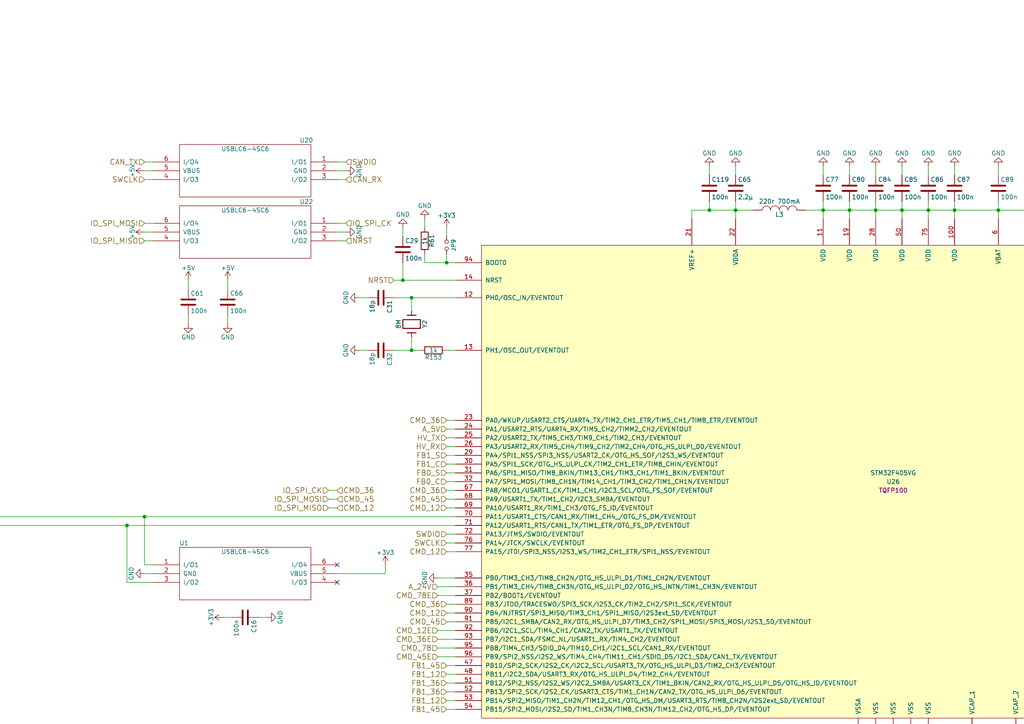
<source format=kicad_sch>
(kicad_sch (version 20231120) (generator "eeschema") (generator_version "8.0")
  (paper "A4")
  (junction (at 119.38 101.6))
  (junction (at 254 60.96))
  (junction (at 222.25 248.92))
  (junction (at 205.74 60.96))
  (junction (at 41.91 149.86))
  (junction (at 246.38 60.96))
  (junction (at -22.86 149.86))
  (junction (at 129.54 76.2))
  (junction (at 119.38 86.36))
  (junction (at 238.76 60.96))
  (junction (at 116.84 81.28))
  (junction (at 276.86 60.96))
  (junction (at -12.7 139.7))
  (junction (at 289.56 60.96))
  (junction (at 199.39 248.92))
  (junction (at 199.39 236.22))
  (junction (at 222.25 236.22))
  (junction (at 261.62 60.96))
  (junction (at 213.36 60.96))
  (junction (at -45.72 189.23))
  (junction (at -45.72 181.61))
  (junction (at 269.24 60.96))
  (junction (at 36.83 152.4))
  (junction (at -22.86 152.4))
  (no_connect (at 97.79 168.91))
  (no_connect (at 97.79 163.83))
  (wire (pts (xy 66.04 91.44) (xy 66.04 93.98)))
  (wire (pts (xy 289.56 50.8) (xy 289.56 48.26)))
  (wire (pts (xy 276.86 50.8) (xy 276.86 48.26)))
  (wire (pts (xy 41.91 69.85) (xy 44.45 69.85)))
  (wire (pts (xy 114.3 81.28) (xy 116.84 81.28)))
  (wire (pts (xy 254 58.42) (xy 254 60.96)))
  (wire (pts (xy 281.94 226.06) (xy 281.94 228.6)))
  (wire (pts (xy 294.64 226.06) (xy 294.64 228.6)))
  (wire (pts (xy 127 187.96) (xy 132.08 187.96)))
  (wire (pts (xy 388.62 160.02) (xy 386.08 160.02)))
  (wire (pts (xy 213.36 60.96) (xy 218.44 60.96)))
  (wire (pts (xy 129.54 139.7) (xy 132.08 139.7)))
  (wire (pts (xy 41.91 149.86) (xy 132.08 149.86)))
  (wire (pts (xy 388.62 190.5) (xy 386.08 190.5)))
  (wire (pts (xy 289.56 60.96) (xy 289.56 63.5)))
  (wire (pts (xy 386.08 149.86) (xy 389.89 149.86)))
  (wire (pts (xy 388.62 78.74) (xy 386.08 78.74)))
  (wire (pts (xy 386.08 106.68) (xy 388.62 106.68)))
  (wire (pts (xy 386.08 132.08) (xy 388.62 132.08)))
  (wire (pts (xy 97.79 67.31) (xy 100.33 67.31)))
  (wire (pts (xy 106.68 86.36) (xy 104.14 86.36)))
  (wire (pts (xy 199.39 236.22) (xy 204.47 236.22)))
  (wire (pts (xy -22.86 147.32) (xy -22.86 149.86)))
  (wire (pts (xy 97.79 142.24) (xy 95.25 142.24)))
  (wire (pts (xy 386.08 195.58) (xy 388.62 195.58)))
  (wire (pts (xy 199.39 223.52) (xy 199.39 226.06)))
  (wire (pts (xy 106.68 101.6) (xy 104.14 101.6)))
  (wire (pts (xy 222.25 236.22) (xy 222.25 238.76)))
  (wire (pts (xy 389.89 172.72) (xy 386.08 172.72)))
  (wire (pts (xy 97.79 49.53) (xy 100.33 49.53)))
  (wire (pts (xy 199.39 248.92) (xy 199.39 251.46)))
  (wire (pts (xy 129.54 137.16) (xy 132.08 137.16)))
  (wire (pts (xy 119.38 90.17) (xy 119.38 86.36)))
  (wire (pts (xy 127 182.88) (xy 132.08 182.88)))
  (wire (pts (xy 269.24 60.96) (xy 276.86 60.96)))
  (wire (pts (xy 261.62 58.42) (xy 261.62 60.96)))
  (wire (pts (xy 129.54 198.12) (xy 132.08 198.12)))
  (wire (pts (xy 116.84 68.58) (xy 116.84 66.04)))
  (wire (pts (xy 227.33 236.22) (xy 227.33 238.76)))
  (wire (pts (xy 254 60.96) (xy 254 63.5)))
  (wire (pts (xy 386.08 182.88) (xy 388.62 182.88)))
  (wire (pts (xy 146.05 260.35) (xy 143.51 260.35)))
  (wire (pts (xy -45.72 181.61) (xy -43.18 181.61)))
  (wire (pts (xy 129.54 157.48) (xy 132.08 157.48)))
  (wire (pts (xy 199.39 236.22) (xy 199.39 238.76)))
  (wire (pts (xy 129.54 142.24) (xy 132.08 142.24)))
  (wire (pts (xy 129.54 160.02) (xy 132.08 160.02)))
  (wire (pts (xy 129.54 66.04) (xy 129.54 68.58)))
  (wire (pts (xy -21.59 139.7) (xy -22.86 139.7)))
  (wire (pts (xy 246.38 50.8) (xy 246.38 48.26)))
  (wire (pts (xy 129.54 200.66) (xy 132.08 200.66)))
  (wire (pts (xy 129.54 177.8) (xy 132.08 177.8)))
  (wire (pts (xy 100.33 69.85) (xy 97.79 69.85)))
  (wire (pts (xy 66.04 81.28) (xy 66.04 83.82)))
  (wire (pts (xy 143.51 257.81) (xy 146.05 257.81)))
  (wire (pts (xy 127 185.42) (xy 132.08 185.42)))
  (wire (pts (xy 67.31 179.07) (xy 64.77 179.07)))
  (wire (pts (xy 289.56 60.96) (xy 299.72 60.96)))
  (wire (pts (xy -21.59 142.24) (xy -22.86 142.24)))
  (wire (pts (xy 97.79 147.32) (xy 95.25 147.32)))
  (wire (pts (xy 132.08 193.04) (xy 129.54 193.04)))
  (wire (pts (xy 129.54 127) (xy 132.08 127)))
  (wire (pts (xy 386.08 187.96) (xy 388.62 187.96)))
  (wire (pts (xy 213.36 50.8) (xy 213.36 48.26)))
  (wire (pts (xy 129.54 76.2) (xy 132.08 76.2)))
  (wire (pts (xy 299.72 60.96) (xy 299.72 58.42)))
  (wire (pts (xy 200.66 60.96) (xy 205.74 60.96)))
  (wire (pts (xy -48.26 189.23) (xy -45.72 189.23)))
  (wire (pts (xy 54.61 81.28) (xy 54.61 83.82)))
  (wire (pts (xy 116.84 81.28) (xy 116.84 76.2)))
  (wire (pts (xy 386.08 200.66) (xy 389.89 200.66)))
  (wire (pts (xy 222.25 233.68) (xy 222.25 236.22)))
  (wire (pts (xy 199.39 246.38) (xy 199.39 248.92)))
  (wire (pts (xy 269.24 50.8) (xy 269.24 48.26)))
  (wire (pts (xy 120.65 238.76) (xy 120.65 241.3)))
  (wire (pts (xy 388.62 114.3) (xy 386.08 114.3)))
  (wire (pts (xy 129.54 203.2) (xy 132.08 203.2)))
  (wire (pts (xy 227.33 246.38) (xy 227.33 248.92)))
  (wire (pts (xy 205.74 60.96) (xy 213.36 60.96)))
  (wire (pts (xy 100.33 46.99) (xy 97.79 46.99)))
  (wire (pts (xy 129.54 132.08) (xy 132.08 132.08)))
  (wire (pts (xy 254 215.9) (xy 254 218.44)))
  (wire (pts (xy 205.74 58.42) (xy 205.74 60.96)))
  (wire (pts (xy 222.25 223.52) (xy 222.25 226.06)))
  (wire (pts (xy 388.62 86.36) (xy 386.08 86.36)))
  (wire (pts (xy -22.86 152.4) (xy -22.86 154.94)))
  (wire (pts (xy 129.54 124.46) (xy 132.08 124.46)))
  (wire (pts (xy 386.08 144.78) (xy 389.89 144.78)))
  (wire (pts (xy 281.94 215.9) (xy 281.94 218.44)))
  (wire (pts (xy 388.62 121.92) (xy 386.08 121.92)))
  (wire (pts (xy -22.86 149.86) (xy 41.91 149.86)))
  (wire (pts (xy 127 167.64) (xy 132.08 167.64)))
  (wire (pts (xy 123.19 76.2) (xy 129.54 76.2)))
  (wire (pts (xy 129.54 175.26) (xy 132.08 175.26)))
  (wire (pts (xy 386.08 152.4) (xy 388.62 152.4)))
  (wire (pts (xy 199.39 248.92) (xy 204.47 248.92)))
  (wire (pts (xy 294.64 215.9) (xy 294.64 218.44)))
  (wire (pts (xy 129.54 144.78) (xy 132.08 144.78)))
  (wire (pts (xy -12.7 139.7) (xy -11.43 139.7)))
  (wire (pts (xy 388.62 91.44) (xy 386.08 91.44)))
  (wire (pts (xy 129.54 73.66) (xy 129.54 76.2)))
  (wire (pts (xy -48.26 181.61) (xy -45.72 181.61)))
  (wire (pts (xy 213.36 58.42) (xy 213.36 60.96)))
  (wire (pts (xy 90.17 260.35) (xy 87.63 260.35)))
  (wire (pts (xy 269.24 215.9) (xy 269.24 218.44)))
  (wire (pts (xy 388.62 76.2) (xy 386.08 76.2)))
  (wire (pts (xy 388.62 81.28) (xy 386.08 81.28)))
  (wire (pts (xy 129.54 205.74) (xy 132.08 205.74)))
  (wire (pts (xy 386.08 193.04) (xy 388.62 193.04)))
  (wire (pts (xy 111.76 166.37) (xy 111.76 163.83)))
  (wire (pts (xy 388.62 111.76) (xy 386.08 111.76)))
  (wire (pts (xy 386.08 142.24) (xy 389.89 142.24)))
  (wire (pts (xy 238.76 60.96) (xy 246.38 60.96)))
  (wire (pts (xy 246.38 60.96) (xy 254 60.96)))
  (wire (pts (xy 388.62 127) (xy 386.08 127)))
  (wire (pts (xy 386.08 96.52) (xy 388.62 96.52)))
  (wire (pts (xy -45.72 191.77) (xy -45.72 189.23)))
  (wire (pts (xy 114.3 86.36) (xy 119.38 86.36)))
  (wire (pts (xy 44.45 168.91) (xy 36.83 168.91)))
  (wire (pts (xy 213.36 60.96) (xy 213.36 63.5)))
  (wire (pts (xy 259.08 215.9) (xy 259.08 218.44)))
  (wire (pts (xy 261.62 60.96) (xy 269.24 60.96)))
  (wire (pts (xy 127 172.72) (xy 132.08 172.72)))
  (wire (pts (xy 77.47 179.07) (xy 74.93 179.07)))
  (wire (pts (xy 254 60.96) (xy 261.62 60.96)))
  (wire (pts (xy 264.16 215.9) (xy 264.16 218.44)))
  (wire (pts (xy 204.47 248.92) (xy 204.47 246.38)))
  (wire (pts (xy 41.91 67.31) (xy 44.45 67.31)))
  (wire (pts (xy 97.79 52.07) (xy 100.33 52.07)))
  (wire (pts (xy 276.86 60.96) (xy 289.56 60.96)))
  (wire (pts (xy 146.05 255.27) (xy 143.51 255.27)))
  (wire (pts (xy 233.68 60.96) (xy 238.76 60.96)))
  (wire (pts (xy 386.08 147.32) (xy 389.89 147.32)))
  (wire (pts (xy 129.54 180.34) (xy 132.08 180.34)))
  (wire (pts (xy 36.83 168.91) (xy 36.83 152.4)))
  (wire (pts (xy 97.79 166.37) (xy 111.76 166.37)))
  (wire (pts (xy 254 50.8) (xy 254 48.26)))
  (wire (pts (xy 100.33 64.77) (xy 97.79 64.77)))
  (wire (pts (xy 123.19 73.66) (xy 123.19 76.2)))
  (wire (pts (xy 386.08 185.42) (xy 388.62 185.42)))
  (wire (pts (xy 386.08 101.6) (xy 388.62 101.6)))
  (wire (pts (xy 54.61 91.44) (xy 54.61 93.98)))
  (wire (pts (xy 129.54 121.92) (xy 132.08 121.92)))
  (wire (pts (xy 238.76 60.96) (xy 238.76 63.5)))
  (wire (pts (xy 129.54 195.58) (xy 132.08 195.58)))
  (wire (pts (xy 196.85 236.22) (xy 199.39 236.22)))
  (wire (pts (xy 386.08 180.34) (xy 388.62 180.34)))
  (wire (pts (xy 388.62 137.16) (xy 386.08 137.16)))
  (wire (pts (xy 90.17 255.27) (xy 87.63 255.27)))
  (wire (pts (xy 386.08 198.12) (xy 388.62 198.12)))
  (wire (pts (xy 261.62 60.96) (xy 261.62 63.5)))
  (wire (pts (xy 204.47 236.22) (xy 204.47 238.76)))
  (wire (pts (xy 222.25 246.38) (xy 222.25 248.92)))
  (wire (pts (xy -13.97 139.7) (xy -12.7 139.7)))
  (wire (pts (xy 388.62 88.9) (xy 386.08 88.9)))
  (wire (pts (xy 386.08 104.14) (xy 388.62 104.14)))
  (wire (pts (xy 95.25 144.78) (xy 97.79 144.78)))
  (wire (pts (xy 386.08 154.94) (xy 388.62 154.94)))
  (wire (pts (xy 199.39 233.68) (xy 199.39 236.22)))
  (wire (pts (xy 36.83 152.4) (xy 132.08 152.4)))
  (wire (pts (xy 127 170.18) (xy 132.08 170.18)))
  (wire (pts (xy 238.76 50.8) (xy 238.76 48.26)))
  (wire (pts (xy -45.72 172.72) (xy -45.72 181.61)))
  (wire (pts (xy 119.38 86.36) (xy 132.08 86.36)))
  (wire (pts (xy 248.92 215.9) (xy 248.92 218.44)))
  (wire (pts (xy 41.91 49.53) (xy 44.45 49.53)))
  (wire (pts (xy 41.91 149.86) (xy 41.91 163.83)))
  (wire (pts (xy 129.54 154.94) (xy 132.08 154.94)))
  (wire (pts (xy 261.62 50.8) (xy 261.62 48.26)))
  (wire (pts (xy 388.62 203.2) (xy 386.08 203.2)))
  (wire (pts (xy 222.25 248.92) (xy 222.25 251.46)))
  (wire (pts (xy 388.62 83.82) (xy 386.08 83.82)))
  (wire (pts (xy 388.62 109.22) (xy 386.08 109.22)))
  (wire (pts (xy -45.72 189.23) (xy -43.18 189.23)))
  (wire (pts (xy 127 190.5) (xy 132.08 190.5)))
  (wire (pts (xy 388.62 167.64) (xy 386.08 167.64)))
  (wire (pts (xy 388.62 170.18) (xy 386.08 170.18)))
  (wire (pts (xy 219.71 236.22) (xy 222.25 236.22)))
  (wire (pts (xy 269.24 58.42) (xy 269.24 60.96)))
  (wire (pts (xy 389.89 175.26) (xy 386.08 175.26)))
  (wire (pts (xy 119.38 101.6) (xy 119.38 97.79)))
  (wire (pts (xy 129.54 101.6) (xy 132.08 101.6)))
  (wire (pts (xy 246.38 60.96) (xy 246.38 63.5)))
  (wire (pts (xy 41.91 46.99) (xy 44.45 46.99)))
  (wire (pts (xy 388.62 129.54) (xy 386.08 129.54)))
  (wire (pts (xy 205.74 48.26) (xy 205.74 50.8)))
  (wire (pts (xy 388.62 93.98) (xy 386.08 93.98)))
  (wire (pts (xy 276.86 58.42) (xy 276.86 60.96)))
  (wire (pts (xy 289.56 58.42) (xy 289.56 60.96)))
  (wire (pts (xy 276.86 60.96) (xy 276.86 63.5)))
  (wire (pts (xy 269.24 60.96) (xy 269.24 63.5)))
  (wire (pts (xy 386.08 99.06) (xy 388.62 99.06)))
  (wire (pts (xy 246.38 58.42) (xy 246.38 60.96)))
  (wire (pts (xy -22.86 152.4) (xy 36.83 152.4)))
  (wire (pts (xy 227.33 248.92) (xy 222.25 248.92)))
  (wire (pts (xy 116.84 81.28) (xy 132.08 81.28)))
  (wire (pts (xy 44.45 64.77) (xy 41.91 64.77)))
  (wire (pts (xy -13.97 142.24) (xy -12.7 142.24)))
  (wire (pts (xy 120.65 228.6) (xy 120.65 231.14)))
  (wire (pts (xy 388.62 157.48) (xy 386.08 157.48)))
  (wire (pts (xy 200.66 63.5) (xy 200.66 60.96)))
  (wire (pts (xy 119.38 101.6) (xy 121.92 101.6)))
  (wire (pts (xy 388.62 177.8) (xy 386.08 177.8)))
  (wire (pts (xy 386.08 134.62) (xy 388.62 134.62)))
  (wire (pts (xy 41.91 163.83) (xy 44.45 163.83)))
  (wire (pts (xy 222.25 236.22) (xy 227.33 236.22)))
  (wire (pts (xy 114.3 101.6) (xy 119.38 101.6)))
  (wire (pts (xy 41.91 166.37) (xy 44.45 166.37)))
  (wire (pts (xy 238.76 58.42) (xy 238.76 60.96)))
  (wire (pts (xy 44.45 52.07) (xy 41.91 52.07)))
  (wire (pts (xy 87.63 257.81) (xy 90.17 257.81)))
  (wire (pts (xy 123.19 63.5) (xy 123.19 66.04)))
  (wire (pts (xy 386.08 124.46) (xy 388.62 124.46)))
  (wire (pts (xy 386.08 139.7) (xy 388.62 139.7)))
  (wire (pts (xy 129.54 129.54) (xy 132.08 129.54)))
  (wire (pts (xy 388.62 205.74) (xy 386.08 205.74)))
  (wire (pts (xy 129.54 147.32) (xy 132.08 147.32)))
  (wire (pts (xy 129.54 134.62) (xy 132.08 134.62)))
  (wire (pts (xy -12.7 139.7) (xy -12.7 142.24)))
  (text "Cube: 3.3V 168MHz 75mA" (at 308.61 60.96 0) (effects (font (size 1.524 1.524)) (justify left bottom)))
  (label "shield" (at -45.72 181.61 90) (effects (font (size 1.524 1.524))))
  (hierarchical_label "FB1_V" (shape input) (at 389.89 175.26 0) (effects (font (size 1.524 1.524))))
  (hierarchical_label "FB0_36" (shape input) (at 388.62 154.94 0) (effects (font (size 1.524 1.524))))
  (hierarchical_label "IO_AIN1" (shape input) (at 388.62 170.18 0) (effects (font (size 1.524 1.524))))
  (hierarchical_label "SWDIO" (shape input) (at 100.33 46.99 0) (effects (font (size 1.524 1.524))))
  (hierarchical_label "FB1_L1" (shape input) (at 388.62 93.98 0) (effects (font (size 1.524 1.524))))
  (hierarchical_label "IO_AIN0" (shape input) (at 146.05 260.35 0) (effects (font (size 1.524 1.524))))
  (hierarchical_label "FB0_C" (shape input) (at 129.54 139.7 180) (effects (font (size 1.524 1.524))))
  (hierarchical_label "A_24V" (shape input) (at 127 170.18 180) (effects (font (size 1.524 1.524))))
  (hierarchical_label "IO_OUT2" (shape input) (at 388.62 91.44 0) (effects (font (size 1.524 1.524))))
  (hierarchical_label "HV_RX" (shape input) (at 129.54 129.54 180) (effects (font (size 1.524 1.524))))
  (hierarchical_label "IO_SPI_CK" (shape input) (at 95.25 142.24 180) (effects (font (size 1.524 1.524))))
  (hierarchical_label "CMD_45E" (shape input) (at 127 190.5 180) (effects (font (size 1.524 1.524))))
  (hierarchical_label "FB1_36" (shape input) (at 388.62 104.14 0) (effects (font (size 1.524 1.524))))
  (hierarchical_label "NRST" (shape input) (at 114.3 81.28 180) (effects (font (size 1.524 1.524))))
  (hierarchical_label "IO_SPI_CK" (shape input) (at 100.33 64.77 0) (effects (font (size 1.524 1.524))))
  (hierarchical_label "CMD_12" (shape input) (at 129.54 147.32 180) (effects (font (size 1.524 1.524))))
  (hierarchical_label "CAN_TX" (shape input) (at 41.91 46.99 180) (effects (font (size 1.524 1.524))))
  (hierarchical_label "FB0_45" (shape input) (at 388.62 182.88 0) (effects (font (size 1.524 1.524))))
  (hierarchical_label "FB0_12" (shape input) (at 388.62 195.58 0) (effects (font (size 1.524 1.524))))
  (hierarchical_label "IO_RED" (shape input) (at 388.62 129.54 0) (effects (font (size 1.524 1.524))))
  (hierarchical_label "A_24V" (shape input) (at 196.85 236.22 180) (effects (font (size 1.524 1.524))))
  (hierarchical_label "CMD_36" (shape input) (at 129.54 121.92 180) (effects (font (size 1.524 1.524))))
  (hierarchical_label "CMD_78" (shape input) (at 127 187.96 180) (effects (font (size 1.524 1.524))))
  (hierarchical_label "CMD_12" (shape input) (at 97.79 147.32 0) (effects (font (size 1.524 1.524))))
  (hierarchical_label "FB1_45" (shape input) (at 388.62 109.22 0) (effects (font (size 1.524 1.524))))
  (hierarchical_label "FB1_12E" (shape input) (at 388.62 101.6 0) (effects (font (size 1.524 1.524))))
  (hierarchical_label "FB1_45" (shape input) (at 129.54 205.74 180) (effects (font (size 1.524 1.524))))
  (hierarchical_label "FB1_36" (shape input) (at 129.54 198.12 180) (effects (font (size 1.524 1.524))))
  (hierarchical_label "SWDIO" (shape input) (at 129.54 154.94 180) (effects (font (size 1.524 1.524))))
  (hierarchical_label "IO_L0" (shape input) (at 388.62 78.74 0) (effects (font (size 1.524 1.524))))
  (hierarchical_label "CMD_36E" (shape input) (at 127 185.42 180) (effects (font (size 1.524 1.524))))
  (hierarchical_label "FB0_V" (shape input) (at 389.89 172.72 0) (effects (font (size 1.524 1.524))))
  (hierarchical_label "CMD_12" (shape input) (at 129.54 177.8 180) (effects (font (size 1.524 1.524))))
  (hierarchical_label "EN_5V" (shape input) (at 389.89 200.66 0) (effects (font (size 1.524 1.524))))
  (hierarchical_label "IO_AIN1" (shape input) (at 87.63 260.35 180) (effects (font (size 1.524 1.524))))
  (hierarchical_label "A_5V" (shape input) (at 219.71 236.22 180) (effects (font (size 1.524 1.524))))
  (hierarchical_label "CAN_RX" (shape input) (at 388.62 121.92 0) (effects (font (size 1.524 1.524))))
  (hierarchical_label "FB1_45" (shape input) (at 129.54 193.04 180) (effects (font (size 1.524 1.524))))
  (hierarchical_label "FB1_L2" (shape input) (at 388.62 96.52 0) (effects (font (size 1.524 1.524))))
  (hierarchical_label "FB1_12" (shape input) (at 129.54 203.2 180) (effects (font (size 1.524 1.524))))
  (hierarchical_label "NRST" (shape input) (at 100.33 69.85 0) (effects (font (size 1.524 1.524))))
  (hierarchical_label "FB0_L1" (shape input) (at 389.89 142.24 0) (effects (font (size 1.524 1.524))))
  (hierarchical_label "IO_AIN0" (shape input) (at 388.62 167.64 0) (effects (font (size 1.524 1.524))))
  (hierarchical_label "CMD_12E" (shape input) (at 127 182.88 180) (effects (font (size 1.524 1.524))))
  (hierarchical_label "IO_FAN" (shape input) (at 388.62 83.82 0) (effects (font (size 1.524 1.524))))
  (hierarchical_label "FB1_45E" (shape input) (at 388.62 111.76 0) (effects (font (size 1.524 1.524))))
  (hierarchical_label "FB0_36E" (shape input) (at 389.89 147.32 0) (effects (font (size 1.524 1.524))))
  (hierarchical_label "FB1_36E" (shape input) (at 388.62 106.68 0) (effects (font (size 1.524 1.524))))
  (hierarchical_label "IO_L1" (shape input) (at 388.62 76.2 0) (effects (font (size 1.524 1.524))))
  (hierarchical_label "CMD_12" (shape input) (at 129.54 160.02 180) (effects (font (size 1.524 1.524))))
  (hierarchical_label "FB1_C" (shape input) (at 129.54 134.62 180) (effects (font (size 1.524 1.524))))
  (hierarchical_label "FB0_36" (shape input) (at 388.62 187.96 0) (effects (font (size 1.524 1.524))))
  (hierarchical_label "SWCLK" (shape input) (at 129.54 157.48 180) (effects (font (size 1.524 1.524))))
  (hierarchical_label "FB0_V" (shape input) (at 87.63 255.27 180) (effects (font (size 1.524 1.524))))
  (hierarchical_label "IO_SPI_MOSI" (shape input) (at 95.25 144.78 180) (effects (font (size 1.524 1.524))))
  (hierarchical_label "CMD_45" (shape input) (at 129.54 144.78 180) (effects (font (size 1.524 1.524))))
  (hierarchical_label "CMD_36" (shape input) (at 129.54 142.24 180) (effects (font (size 1.524 1.524))))
  (hierarchical_label "FB1_12" (shape input) (at 388.62 99.06 0) (effects (font (size 1.524 1.524))))
  (hierarchical_label "FB0_12" (shape input) (at 388.62 185.42 0) (effects (font (size 1.524 1.524))))
  (hierarchical_label "IO_OUT1" (shape input) (at 388.62 88.9 0) (effects (font (size 1.524 1.524))))
  (hierarchical_label "FB0_S" (shape input) (at 129.54 137.16 180) (effects (font (size 1.524 1.524))))
  (hierarchical_label "CMD_45" (shape input) (at 97.79 144.78 0) (effects (font (size 1.524 1.524))))
  (hierarchical_label "FB1_12" (shape input) (at 129.54 195.58 180) (effects (font (size 1.524 1.524))))
  (hierarchical_label "IO_OUT0" (shape input) (at 388.62 86.36 0) (effects (font (size 1.524 1.524))))
  (hierarchical_label "FB0_45" (shape input) (at 388.62 198.12 0) (effects (font (size 1.524 1.524))))
  (hierarchical_label "IO_SPI_MOSI" (shape input) (at 41.91 64.77 180) (effects (font (size 1.524 1.524))))
  (hierarchical_label "IO_SPI_MISO" (shape input) (at 41.91 69.85 180) (effects (font (size 1.524 1.524))))
  (hierarchical_label "IO_GREEN" (shape input) (at 388.62 134.62 0) (effects (font (size 1.524 1.524))))
  (hierarchical_label "CMD_L2" (shape input) (at 388.62 137.16 0) (effects (font (size 1.524 1.524))))
  (hierarchical_label "FB1_36" (shape input) (at 129.54 200.66 180) (effects (font (size 1.524 1.524))))
  (hierarchical_label "SWCLK" (shape input) (at 41.91 52.07 180) (effects (font (size 1.524 1.524))))
  (hierarchical_label "HV_TX" (shape input) (at 129.54 127 180) (effects (font (size 1.524 1.524))))
  (hierarchical_label "CAN_TX" (shape input) (at 388.62 124.46 0) (effects (font (size 1.524 1.524))))
  (hierarchical_label "CMD_36" (shape input) (at 129.54 175.26 180) (effects (font (size 1.524 1.524))))
  (hierarchical_label "CAN_RX" (shape input) (at 100.33 52.07 0) (effects (font (size 1.524 1.524))))
  (hierarchical_label "FB0_45E" (shape input) (at 388.62 160.02 0) (effects (font (size 1.524 1.524))))
  (hierarchical_label "CMD_45" (shape input) (at 129.54 180.34 180) (effects (font (size 1.524 1.524))))
  (hierarchical_label "FB0_L2" (shape input) (at 389.89 144.78 0) (effects (font (size 1.524 1.524))))
  (hierarchical_label "FB1_V" (shape input) (at 146.05 255.27 0) (effects (font (size 1.524 1.524))))
  (hierarchical_label "FB0_12E" (shape input) (at 389.89 149.86 0) (effects (font (size 1.524 1.524))))
  (hierarchical_label "IO_YELLOW" (shape input) (at 388.62 132.08 0) (effects (font (size 1.524 1.524))))
  (hierarchical_label "CMD_36" (shape input) (at 97.79 142.24 0) (effects (font (size 1.524 1.524))))
  (hierarchical_label "CMD_78E" (shape input) (at 127 172.72 180) (effects (font (size 1.524 1.524))))
  (hierarchical_label "FB0_36" (shape input) (at 388.62 193.04 0) (effects (font (size 1.524 1.524))))
  (hierarchical_label "CMD_L1" (shape input) (at 388.62 139.7 0) (effects (font (size 1.524 1.524))))
  (hierarchical_label "FB0_12" (shape input) (at 388.62 152.4 0) (effects (font (size 1.524 1.524))))
  (hierarchical_label "IO_SPI_MISO" (shape input) (at 95.25 147.32 180) (effects (font (size 1.524 1.524))))
  (hierarchical_label "A_5V" (shape input) (at 129.54 124.46 180) (effects (font (size 1.524 1.524))))
  (hierarchical_label "FB1_S" (shape input) (at 129.54 132.08 180) (effects (font (size 1.524 1.524))))
  (hierarchical_label "FB0_45" (shape input) (at 388.62 157.48 0) (effects (font (size 1.524 1.524))))
  (symbol (lib_id "stmbl:STM32F405VG") (at 259.08 139.7 0) (unit 1)
    (property "Reference" "U26" (at 259.08 139.7 0))
    (property "Value" "STM32F405VG" (at 259.08 137.16 0))
    (property "Footprint" "TQFP100" (at 259.08 142.24 0))
    (property "Manufacturer No" "STM32F405VGT" (effects (hide yes)))
    (property "Manufacturer" "STMicroelectronics" (effects (hide yes)))
  )
  (symbol (lib_id "stmbl:Crystal") (at 119.38 93.98 270) (unit 1)
    (property "Reference" "Y2" (at 123.19 93.98 0))
    (property "Value" "8M" (at 115.57 93.98 0))
    (property "Footprint" "stmbl:Crystal_SMD_0503_4Pads" (effects (hide yes)))
    (property "Manufacturer No" "ABM3B-8.000MHZ-10-1UT" (effects (hide yes)))
    (property "Source" "https://de.aliexpress.com/item/1LOT-10PCS-Crystal-8MHZ-20PF-20PPM-4P-5032-SeriesYSX531SL/32534814045.html" (effects (hide yes)))
    (property "Manufacturer" "Abracon LLC" (effects (hide yes)))
  )
  (symbol (lib_id "stmbl:C") (at 110.49 86.36 270) (unit 1)
    (property "Reference" "C31" (at 113.03 86.995 0) (effects (justify left)))
    (property "Value" "18p" (at 107.95 86.995 0) (effects (justify left)))
    (property "Footprint" "stmbl:C_0603" (effects (hide yes)))
    (property "Voltage" "50V" (effects (hide yes)))
    (property "Tolerance" "X5R" (effects (hide yes)))
  )
  (symbol (lib_id "stmbl:C") (at 110.49 101.6 270) (unit 1)
    (property "Reference" "C32" (at 113.03 102.235 0) (effects (justify left)))
    (property "Value" "18p" (at 107.95 102.235 0) (effects (justify left)))
    (property "Footprint" "stmbl:C_0603" (effects (hide yes)))
    (property "Voltage" "50V" (effects (hide yes)))
    (property "Tolerance" "X5R" (effects (hide yes)))
  )
  (symbol (lib_id "stmbl:GND") (at 104.14 101.6 270) (unit 1)
    (property "Reference" "#PWR0177" (effects (hide yes)))
    (property "Value" "GND" (at 100.33 101.6 0))
  )
  (symbol (lib_id "stmbl:GND") (at 104.14 86.36 270) (unit 1)
    (property "Reference" "#PWR0178" (effects (hide yes)))
    (property "Value" "GND" (at 100.33 86.36 0))
  )
  (symbol (lib_id "stmbl:C") (at 294.64 222.25 0) (unit 1)
    (property "Reference" "C90" (at 295.275 219.71 0) (effects (justify left)))
    (property "Value" "2.2µ" (at 295.275 224.79 0) (effects (justify left)))
    (property "Footprint" "stmbl:C_0603" (effects (hide yes)))
    (property "Voltage" "35V" (effects (hide yes)))
    (property "Tolerance" "X5R" (effects (hide yes)))
  )
  (symbol (lib_id "stmbl:C") (at 281.94 222.25 0) (unit 1)
    (property "Reference" "C88" (at 282.575 219.71 0) (effects (justify left)))
    (property "Value" "2.2µ" (at 282.575 224.79 0) (effects (justify left)))
    (property "Footprint" "stmbl:C_0603" (effects (hide yes)))
    (property "Voltage" "35V" (effects (hide yes)))
    (property "Tolerance" "X5R" (effects (hide yes)))
  )
  (symbol (lib_id "stmbl:GND") (at 269.24 218.44 0) (unit 1)
    (property "Reference" "#PWR0179" (effects (hide yes)))
    (property "Value" "GND" (at 269.24 222.25 0))
  )
  (symbol (lib_id "stmbl:GND") (at 264.16 218.44 0) (unit 1)
    (property "Reference" "#PWR0180" (effects (hide yes)))
    (property "Value" "GND" (at 264.16 222.25 0))
  )
  (symbol (lib_id "stmbl:GND") (at 259.08 218.44 0) (unit 1)
    (property "Reference" "#PWR0181" (effects (hide yes)))
    (property "Value" "GND" (at 259.08 222.25 0))
  )
  (symbol (lib_id "stmbl:GND") (at 254 218.44 0) (unit 1)
    (property "Reference" "#PWR0182" (effects (hide yes)))
    (property "Value" "GND" (at 254 222.25 0))
  )
  (symbol (lib_id "stmbl:GND") (at 248.92 218.44 0) (unit 1)
    (property "Reference" "#PWR0183" (effects (hide yes)))
    (property "Value" "GND" (at 248.92 222.25 0))
  )
  (symbol (lib_id "stmbl:GND") (at 281.94 228.6 0) (unit 1)
    (property "Reference" "#PWR0184" (effects (hide yes)))
    (property "Value" "GND" (at 281.94 232.41 0))
  )
  (symbol (lib_id "stmbl:GND") (at 294.64 228.6 0) (unit 1)
    (property "Reference" "#PWR0185" (effects (hide yes)))
    (property "Value" "GND" (at 294.64 232.41 0))
  )
  (symbol (lib_id "stmbl:C") (at 289.56 54.61 0) (unit 1)
    (property "Reference" "C89" (at 290.195 52.07 0) (effects (justify left)))
    (property "Value" "100n" (at 290.195 57.15 0) (effects (justify left)))
    (property "Footprint" "stmbl:C_0603" (effects (hide yes)))
    (property "Voltage" "50V" (effects (hide yes)))
    (property "Tolerance" "X5R" (effects (hide yes)))
  )
  (symbol (lib_id "stmbl:C") (at 276.86 54.61 0) (unit 1)
    (property "Reference" "C87" (at 277.495 52.07 0) (effects (justify left)))
    (property "Value" "100n" (at 277.495 57.15 0) (effects (justify left)))
    (property "Footprint" "stmbl:C_0603" (effects (hide yes)))
    (property "Voltage" "50V" (effects (hide yes)))
    (property "Tolerance" "X5R" (effects (hide yes)))
  )
  (symbol (lib_id "stmbl:C") (at 269.24 54.61 0) (unit 1)
    (property "Reference" "C86" (at 269.875 52.07 0) (effects (justify left)))
    (property "Value" "100n" (at 269.875 57.15 0) (effects (justify left)))
    (property "Footprint" "stmbl:C_0603" (effects (hide yes)))
    (property "Voltage" "50V" (effects (hide yes)))
    (property "Tolerance" "X5R" (effects (hide yes)))
  )
  (symbol (lib_id "stmbl:C") (at 261.62 54.61 0) (unit 1)
    (property "Reference" "C85" (at 262.255 52.07 0) (effects (justify left)))
    (property "Value" "100n" (at 262.255 57.15 0) (effects (justify left)))
    (property "Footprint" "stmbl:C_0603" (effects (hide yes)))
    (property "Voltage" "50V" (effects (hide yes)))
    (property "Tolerance" "X5R" (effects (hide yes)))
  )
  (symbol (lib_id "stmbl:C") (at 254 54.61 0) (unit 1)
    (property "Reference" "C84" (at 254.635 52.07 0) (effects (justify left)))
    (property "Value" "100n" (at 254.635 57.15 0) (effects (justify left)))
    (property "Footprint" "stmbl:C_0603" (effects (hide yes)))
    (property "Voltage" "50V" (effects (hide yes)))
    (property "Tolerance" "X5R" (effects (hide yes)))
  )
  (symbol (lib_id "stmbl:C") (at 246.38 54.61 0) (unit 1)
    (property "Reference" "C80" (at 247.015 52.07 0) (effects (justify left)))
    (property "Value" "100n" (at 247.015 57.15 0) (effects (justify left)))
    (property "Footprint" "stmbl:C_0603" (effects (hide yes)))
    (property "Voltage" "50V" (effects (hide yes)))
    (property "Tolerance" "X5R" (effects (hide yes)))
  )
  (symbol (lib_id "stmbl:C") (at 238.76 54.61 0) (unit 1)
    (property "Reference" "C77" (at 239.395 52.07 0) (effects (justify left)))
    (property "Value" "100n" (at 239.395 57.15 0) (effects (justify left)))
    (property "Footprint" "stmbl:C_0603" (effects (hide yes)))
    (property "Voltage" "50V" (effects (hide yes)))
    (property "Tolerance" "X5R" (effects (hide yes)))
  )
  (symbol (lib_id "stmbl:C") (at 213.36 54.61 0) (unit 1)
    (property "Reference" "C65" (at 213.995 52.07 0) (effects (justify left)))
    (property "Value" "2.2µ" (at 213.995 57.15 0) (effects (justify left)))
    (property "Footprint" "stmbl:C_0603" (effects (hide yes)))
    (property "Voltage" "35V" (effects (hide yes)))
    (property "Tolerance" "X5R" (effects (hide yes)))
  )
  (symbol (lib_id "stmbl:+3.3V") (at 299.72 58.42 0) (unit 1)
    (property "Reference" "#PWR0186" (effects (hide yes)))
    (property "Value" "+3V3" (at 299.72 54.864 0))
  )
  (symbol (lib_id "stmbl:GND") (at 289.56 48.26 180) (unit 1)
    (property "Reference" "#PWR0187" (effects (hide yes)))
    (property "Value" "GND" (at 289.56 44.45 0))
  )
  (symbol (lib_id "stmbl:GND") (at 276.86 48.26 180) (unit 1)
    (property "Reference" "#PWR0188" (effects (hide yes)))
    (property "Value" "GND" (at 276.86 44.45 0))
  )
  (symbol (lib_id "stmbl:GND") (at 269.24 48.26 180) (unit 1)
    (property "Reference" "#PWR0189" (effects (hide yes)))
    (property "Value" "GND" (at 269.24 44.45 0))
  )
  (symbol (lib_id "stmbl:GND") (at 261.62 48.26 180) (unit 1)
    (property "Reference" "#PWR0190" (effects (hide yes)))
    (property "Value" "GND" (at 261.62 44.45 0))
  )
  (symbol (lib_id "stmbl:GND") (at 254 48.26 180) (unit 1)
    (property "Reference" "#PWR0191" (effects (hide yes)))
    (property "Value" "GND" (at 254 44.45 0))
  )
  (symbol (lib_id "stmbl:GND") (at 246.38 48.26 180) (unit 1)
    (property "Reference" "#PWR0192" (effects (hide yes)))
    (property "Value" "GND" (at 246.38 44.45 0))
  )
  (symbol (lib_id "stmbl:GND") (at 238.76 48.26 180) (unit 1)
    (property "Reference" "#PWR0193" (effects (hide yes)))
    (property "Value" "GND" (at 238.76 44.45 0))
  )
  (symbol (lib_id "stmbl:GND") (at 213.36 48.26 180) (unit 1)
    (property "Reference" "#PWR0194" (effects (hide yes)))
    (property "Value" "GND" (at 213.36 44.45 0))
  )
  (symbol (lib_id "stmbl:INDUCTOR") (at 226.06 60.96 90) (unit 1)
    (property "Reference" "L3" (at 226.06 62.23 90))
    (property "Value" "220r 700mA" (at 226.06 58.42 90))
    (property "Footprint" "stmbl:R_0603" (effects (hide yes)))
    (property "Manufacturer No" "BLM18AG221SN1" (effects (hide yes)))
    (property "Source" "https://de.aliexpress.com/item/500-PCS-LOT-patch-magnetic-bead-FB-BLM18AG221SN1-0603-220-r-0-5-A-magnetic-beads/32675343247.html" (effects (hide yes)))
    (property "Manufacturer" "Murata" (effects (hide yes)))
  )
  (symbol (lib_id "stmbl:C") (at 116.84 72.39 0) (unit 1)
    (property "Reference" "C29" (at 117.475 69.85 0) (effects (justify left)))
    (property "Value" "100n" (at 117.475 74.93 0) (effects (justify left)))
    (property "Footprint" "stmbl:C_0603" (effects (hide yes)))
    (property "Voltage" "50V" (effects (hide yes)))
    (property "Tolerance" "X5R" (effects (hide yes)))
  )
  (symbol (lib_id "stmbl:GND") (at 116.84 66.04 180) (unit 1)
    (property "Reference" "#PWR0195" (effects (hide yes)))
    (property "Value" "GND" (at 116.84 62.23 0))
  )
  (symbol (lib_id "stmbl:C") (at -43.18 185.42 0) (unit 1)
    (property "Reference" "C1" (at -42.545 182.88 0) (effects (justify left)))
    (property "Value" "100n" (at -42.545 187.96 0) (effects (justify left)))
    (property "Footprint" "stmbl:C_0603" (effects (hide yes)))
    (property "Voltage" "50V" (effects (hide yes)))
    (property "Tolerance" "X5R" (effects (hide yes)))
  )
  (symbol (lib_id "stmbl:R") (at -48.26 185.42 0) (unit 1)
    (property "Reference" "R1" (at -46.228 185.42 90))
    (property "Value" "120" (at -48.26 185.42 90))
    (property "Footprint" "stmbl:R_0603" (effects (hide yes)))
    (property "Tolerance" "1%" (effects (hide yes)))
  )
  (symbol (lib_id "stmbl:GND") (at -45.72 191.77 0) (unit 1)
    (property "Reference" "#PWR0196" (effects (hide yes)))
    (property "Value" "GND" (at -45.72 195.58 0))
  )
  (symbol (lib_id "stmbl:GND") (at -38.1 172.72 0) (unit 1)
    (property "Reference" "#PWR0197" (effects (hide yes)))
    (property "Value" "GND" (at -38.1 176.53 0))
  )
  (symbol (lib_id "stmbl:GND") (at 77.47 179.07 90) (mirror x) (unit 1)
    (property "Reference" "#PWR0204" (effects (hide yes)))
    (property "Value" "GND" (at 81.28 179.07 0))
  )
  (symbol (lib_id "stmbl:+3.3V") (at 64.77 179.07 90) (mirror x) (unit 1)
    (property "Reference" "#PWR0205" (effects (hide yes)))
    (property "Value" "+3V3" (at 61.214 179.07 0))
  )
  (symbol (lib_id "stmbl:C") (at 71.12 179.07 270) (unit 1)
    (property "Reference" "C16" (at 73.66 179.705 0) (effects (justify left)))
    (property "Value" "100n" (at 68.58 179.705 0) (effects (justify left)))
    (property "Footprint" "stmbl:C_0603" (effects (hide yes)))
    (property "Voltage" "50V" (effects (hide yes)))
    (property "Tolerance" "X5R" (effects (hide yes)))
  )
  (symbol (lib_id "stmbl:GND") (at 41.91 166.37 270) (unit 1)
    (property "Reference" "#PWR0198" (effects (hide yes)))
    (property "Value" "GND" (at 38.1 166.37 0))
  )
  (symbol (lib_id "stmbl:+3.3V") (at 111.76 163.83 0) (unit 1)
    (property "Reference" "#PWR0199" (effects (hide yes)))
    (property "Value" "+3V3" (at 111.76 160.274 0))
  )
  (symbol (lib_id "stmbl:USBLC6-4SC6") (at 71.12 166.37 0) (unit 1)
    (property "Reference" "U1" (at 53.3654 157.5308 0))
    (property "Value" "USBLC6-4SC6" (at 71.12 160.02 0))
    (property "Footprint" "stmbl:SOT-23-6" (effects (hide yes)))
    (property "Description" "TRANSIENT VOLTAGE SUPPRESSOR" (effects (hide yes)))
    (property "Manufacturer No" "USBLC6-4SC6" (effects (hide yes)))
    (property "Manufacturer" "STMicroelectronics" (effects (hide yes)))
  )
  (symbol (lib_id "stmbl:R") (at 199.39 229.87 0) (unit 1)
    (property "Reference" "R116" (at 201.422 229.87 90))
    (property "Value" "10k" (at 199.39 229.87 90))
    (property "Footprint" "stmbl:R_0603" (effects (hide yes)))
    (property "Tolerance" "1%" (effects (hide yes)))
  )
  (symbol (lib_id "stmbl:R") (at 199.39 242.57 0) (unit 1)
    (property "Reference" "R117" (at 201.422 242.57 90))
    (property "Value" "1k" (at 199.39 242.57 90))
    (property "Footprint" "stmbl:R_0603" (effects (hide yes)))
    (property "Tolerance" "1%" (effects (hide yes)))
  )
  (symbol (lib_id "stmbl:GND") (at 199.39 251.46 0) (unit 1)
    (property "Reference" "#PWR0200" (effects (hide yes)))
    (property "Value" "GND" (at 199.39 255.27 0))
  )
  (symbol (lib_id "stmbl:R") (at 222.25 229.87 0) (unit 1)
    (property "Reference" "R121" (at 224.282 229.87 90))
    (property "Value" "1k" (at 222.25 229.87 90))
    (property "Footprint" "stmbl:R_0603" (effects (hide yes)))
    (property "Tolerance" "1%" (effects (hide yes)))
  )
  (symbol (lib_id "stmbl:R") (at 222.25 242.57 0) (unit 1)
    (property "Reference" "R122" (at 224.282 242.57 90))
    (property "Value" "1k" (at 222.25 242.57 90))
    (property "Footprint" "stmbl:R_0603" (effects (hide yes)))
    (property "Tolerance" "1%" (effects (hide yes)))
  )
  (symbol (lib_id "stmbl:GND") (at 222.25 251.46 0) (unit 1)
    (property "Reference" "#PWR0201" (effects (hide yes)))
    (property "Value" "GND" (at 222.25 255.27 0))
  )
  (symbol (lib_id "stmbl:C") (at 227.33 242.57 0) (unit 1)
    (property "Reference" "C81" (at 227.965 240.03 0) (effects (justify left)))
    (property "Value" "1n" (at 227.965 245.11 0) (effects (justify left)))
    (property "Footprint" "stmbl:C_0603" (effects (hide yes)))
    (property "Voltage" "50V" (effects (hide yes)))
    (property "Tolerance" "X5R" (effects (hide yes)))
  )
  (symbol (lib_id "stmbl:C") (at 204.47 242.57 0) (unit 1)
    (property "Reference" "C64" (at 205.105 240.03 0) (effects (justify left)))
    (property "Value" "1n" (at 205.105 245.11 0) (effects (justify left)))
    (property "Footprint" "stmbl:C_0603" (effects (hide yes)))
    (property "Voltage" "50V" (effects (hide yes)))
    (property "Tolerance" "X5R" (effects (hide yes)))
  )
  (symbol (lib_id "stmbl:R") (at 123.19 69.85 0) (unit 1)
    (property "Reference" "R61" (at 125.222 69.85 90))
    (property "Value" "1k" (at 123.19 69.85 90))
    (property "Footprint" "stmbl:R_0603" (effects (hide yes)))
    (property "Tolerance" "1%" (effects (hide yes)))
  )
  (symbol (lib_id "stmbl:GND") (at 123.19 63.5 180) (unit 1)
    (property "Reference" "#PWR0202" (effects (hide yes)))
    (property "Value" "GND" (at 123.19 59.69 0))
  )
  (symbol (lib_id "stmbl:Jumper_NO_Small") (at 129.54 71.12 270) (unit 1)
    (property "Reference" "JP9" (at 131.572 71.12 0))
    (property "Value" "Jumper_NO_Small" (effects (hide yes)))
    (property "Footprint" "stmbl:SOLDER_JUMPER" (effects (hide yes)))
  )
  (symbol (lib_id "stmbl:+3.3V") (at 129.54 66.04 0) (unit 1)
    (property "Reference" "#PWR0203" (effects (hide yes)))
    (property "Value" "+3V3" (at 129.54 62.484 0))
  )
  (symbol (lib_id "stmbl:C") (at 205.74 54.61 0) (unit 1)
    (property "Reference" "C119" (at 206.375 52.07 0) (effects (justify left)))
    (property "Value" "100n" (at 206.375 57.15 0) (effects (justify left)))
    (property "Footprint" "stmbl:C_0603" (effects (hide yes)))
    (property "Voltage" "50V" (effects (hide yes)))
    (property "Tolerance" "X5R" (effects (hide yes)))
  )
  (symbol (lib_id "stmbl:GND") (at 205.74 48.26 180) (unit 1)
    (property "Reference" "#PWR0206" (effects (hide yes)))
    (property "Value" "GND" (at 205.74 44.45 0))
  )
  (symbol (lib_id "stmbl:USBLC6-4SC6") (at 116.84 257.81 0) (unit 1)
    (property "Reference" "U23" (at 99.0854 248.9708 0))
    (property "Value" "USBLC6-4SC6" (at 116.84 251.46 0))
    (property "Footprint" "stmbl:SOT-23-6" (effects (hide yes)))
    (property "Description" "TRANSIENT VOLTAGE SUPPRESSOR" (effects (hide yes)))
    (property "Manufacturer No" "USBLC6-4SC6" (effects (hide yes)))
    (property "Manufacturer" "STMicroelectronics" (effects (hide yes)))
  )
  (symbol (lib_id "stmbl:USBLC6-4SC6") (at 71.12 49.53 0) (mirror y) (unit 1)
    (property "Reference" "U20" (at 88.8746 40.6908 0))
    (property "Value" "USBLC6-4SC6" (at 71.12 43.18 0))
    (property "Footprint" "stmbl:SOT-23-6" (effects (hide yes)))
    (property "Description" "TRANSIENT VOLTAGE SUPPRESSOR" (effects (hide yes)))
    (property "Manufacturer No" "USBLC6-4SC6" (effects (hide yes)))
    (property "Manufacturer" "STMicroelectronics" (effects (hide yes)))
  )
  (symbol (lib_id "stmbl:USBLC6-4SC6") (at 71.12 67.31 0) (mirror y) (unit 1)
    (property "Reference" "U22" (at 88.8746 58.4708 0))
    (property "Value" "USBLC6-4SC6" (at 71.12 60.96 0))
    (property "Footprint" "stmbl:SOT-23-6" (effects (hide yes)))
    (property "Description" "TRANSIENT VOLTAGE SUPPRESSOR" (effects (hide yes)))
    (property "Manufacturer No" "USBLC6-4SC6" (effects (hide yes)))
    (property "Manufacturer" "STMicroelectronics" (effects (hide yes)))
  )
  (symbol (lib_id "stmbl:C") (at 54.61 87.63 0) (unit 1)
    (property "Reference" "C61" (at 55.245 85.09 0) (effects (justify left)))
    (property "Value" "100n" (at 55.245 90.17 0) (effects (justify left)))
    (property "Footprint" "stmbl:C_0603" (effects (hide yes)))
    (property "Voltage" "50V" (effects (hide yes)))
    (property "Tolerance" "X5R" (effects (hide yes)))
  )
  (symbol (lib_id "stmbl:C") (at 66.04 87.63 0) (unit 1)
    (property "Reference" "C66" (at 66.675 85.09 0) (effects (justify left)))
    (property "Value" "100n" (at 66.675 90.17 0) (effects (justify left)))
    (property "Footprint" "stmbl:C_0603" (effects (hide yes)))
    (property "Voltage" "50V" (effects (hide yes)))
    (property "Tolerance" "X5R" (effects (hide yes)))
  )
  (symbol (lib_id "stmbl:C") (at 120.65 234.95 0) (unit 1)
    (property "Reference" "C67" (at 121.285 232.41 0) (effects (justify left)))
    (property "Value" "100n" (at 121.285 237.49 0) (effects (justify left)))
    (property "Footprint" "stmbl:C_0603" (effects (hide yes)))
    (property "Voltage" "50V" (effects (hide yes)))
    (property "Tolerance" "X5R" (effects (hide yes)))
  )
  (symbol (lib_id "stmbl:GND") (at 87.63 257.81 270) (unit 1)
    (property "Reference" "#PWR0207" (effects (hide yes)))
    (property "Value" "GND" (at 83.82 257.81 0))
  )
  (symbol (lib_id "stmbl:GND") (at 100.33 49.53 90) (unit 1)
    (property "Reference" "#PWR0208" (effects (hide yes)))
    (property "Value" "GND" (at 104.14 49.53 0))
  )
  (symbol (lib_id "stmbl:GND") (at 100.33 67.31 90) (unit 1)
    (property "Reference" "#PWR0209" (effects (hide yes)))
    (property "Value" "GND" (at 104.14 67.31 0))
  )
  (symbol (lib_id "stmbl:GND") (at 120.65 241.3 0) (unit 1)
    (property "Reference" "#PWR0210" (effects (hide yes)))
    (property "Value" "GND" (at 120.65 245.11 0))
  )
  (symbol (lib_id "stmbl:GND") (at 66.04 93.98 0) (unit 1)
    (property "Reference" "#PWR0211" (effects (hide yes)))
    (property "Value" "GND" (at 66.04 97.79 0))
  )
  (symbol (lib_id "stmbl:GND") (at 54.61 93.98 0) (unit 1)
    (property "Reference" "#PWR0212" (effects (hide yes)))
    (property "Value" "GND" (at 54.61 97.79 0))
  )
  (symbol (lib_id "stmbl:+3.3V") (at 146.05 257.81 270) (unit 1)
    (property "Reference" "#PWR0213" (effects (hide yes)))
    (property "Value" "+3V3" (at 149.606 257.81 0))
  )
  (symbol (lib_id "stmbl:+3.3V") (at 120.65 228.6 0) (unit 1)
    (property "Reference" "#PWR0214" (effects (hide yes)))
    (property "Value" "+3V3" (at 120.65 225.044 0))
  )
  (symbol (lib_id "stmbl:+24V") (at 199.39 223.52 0) (unit 1)
    (property "Reference" "#PWR0215" (effects (hide yes)))
    (property "Value" "+24V" (at 199.8472 219.1004 0))
  )
  (symbol (lib_id "stmbl:R") (at 125.73 101.6 270) (unit 1)
    (property "Reference" "R153" (at 125.73 103.632 90))
    (property "Value" "1k" (at 125.73 101.6 90))
    (property "Footprint" "stmbl:R_0603" (effects (hide yes)))
    (property "Tolerance" "1%" (effects (hide yes)))
  )
  (symbol (lib_id "stmbl:+5V") (at 54.61 81.28 0) (unit 1)
    (property "Reference" "#PWR0216" (effects (hide yes)))
    (property "Value" "+5V" (at 54.61 77.724 0))
  )
  (symbol (lib_id "stmbl:+5V") (at 66.04 81.28 0) (unit 1)
    (property "Reference" "#PWR0217" (effects (hide yes)))
    (property "Value" "+5V" (at 66.04 77.724 0))
  )
  (symbol (lib_id "stmbl:+5V") (at 41.91 49.53 90) (unit 1)
    (property "Reference" "#PWR0218" (effects (hide yes)))
    (property "Value" "+5V" (at 38.354 49.53 0))
  )
  (symbol (lib_id "stmbl:+5V") (at 41.91 67.31 90) (unit 1)
    (property "Reference" "#PWR0219" (effects (hide yes)))
    (property "Value" "+5V" (at 38.354 67.31 0))
  )
  (symbol (lib_id "stmbl:+5VA") (at 222.25 223.52 0) (unit 1)
    (property "Reference" "#PWR0220" (effects (hide yes)))
    (property "Value" "+5VA" (at 222.25 219.964 0))
  )
  (symbol (lib_id "stmbl:GND") (at 127 167.64 270) (unit 1)
    (property "Reference" "#PWR0221" (effects (hide yes)))
    (property "Value" "GND" (at 123.19 167.64 0))
  )
  (symbol (lib_id "stmbl:GND") (at 388.62 203.2 90) (unit 1)
    (property "Reference" "#PWR0222" (effects (hide yes)))
    (property "Value" "GND" (at 392.43 203.2 0))
  )
  (symbol (lib_id "stmbl:GND") (at 388.62 205.74 90) (unit 1)
    (property "Reference" "#PWR0223" (effects (hide yes)))
    (property "Value" "GND" (at 392.43 205.74 0))
  )
  (symbol (lib_id "stmbl:GND") (at 388.62 190.5 90) (unit 1)
    (property "Reference" "#PWR0224" (effects (hide yes)))
    (property "Value" "GND" (at 392.43 190.5 0))
  )
  (symbol (lib_id "stmbl:GND") (at 388.62 180.34 90) (unit 1)
    (property "Reference" "#PWR0225" (effects (hide yes)))
    (property "Value" "GND" (at 392.43 180.34 0))
  )
  (symbol (lib_id "stmbl:GND") (at 388.62 177.8 90) (unit 1)
    (property "Reference" "#PWR0226" (effects (hide yes)))
    (property "Value" "GND" (at 392.43 177.8 0))
  )
  (symbol (lib_id "stmbl:GND") (at 388.62 127 90) (unit 1)
    (property "Reference" "#PWR0227" (effects (hide yes)))
    (property "Value" "GND" (at 392.43 127 0))
  )
  (symbol (lib_id "stmbl:GND") (at 388.62 114.3 90) (unit 1)
    (property "Reference" "#PWR0228" (effects (hide yes)))
    (property "Value" "GND" (at 392.43 114.3 0))
  )
  (symbol (lib_id "stmbl:GND") (at 388.62 81.28 90) (unit 1)
    (property "Reference" "#PWR0229" (effects (hide yes)))
    (property "Value" "GND" (at 392.43 81.28 0))
  )
  (symbol (lib_id "stmbl:GND") (at -11.43 139.7 90) (unit 1)
    (property "Reference" "#PWR033" (effects (hide yes)))
    (property "Value" "GND" (at -7.62 139.7 0))
  )
  (symbol (lib_id "stmbl:R") (at -17.78 142.24 270) (unit 1)
    (property "Reference" "R177" (at -17.78 144.78 90))
    (property "Value" "5.1k" (at -17.78 142.24 90))
    (property "Footprint" "stmbl:R_0603" (effects (hide yes)))
    (property "Tolerance" "1%" (effects (hide yes)))
  )
  (symbol (lib_id "stmbl:USB_C_Receptacle_USB2.0") (at -38.1 149.86 0) (unit 1)
    (property "Reference" "P1" (at -38.1 127 0))
    (property "Value" "USB_C_Receptacle_USB2.0" (at -38.1 129.54 0))
    (property "Footprint" "stmbl:USB_C_Receptacle_GCT_USB4105-xx-A_16P_TopMnt_Horizontal" (effects (hide yes)))
    (property "Datasheet" "https://www.usb.org/sites/default/files/documents/usb_type-c.zip" (effects (hide yes)))
  )
  (symbol (lib_id "stmbl:R") (at -17.78 139.7 270) (unit 1)
    (property "Reference" "R152" (at -17.78 137.16 90))
    (property "Value" "5.1k" (at -17.78 139.7 90))
    (property "Footprint" "stmbl:R_0603" (effects (hide yes)))
    (property "Tolerance" "1%" (effects (hide yes)))
  )
)
</source>
